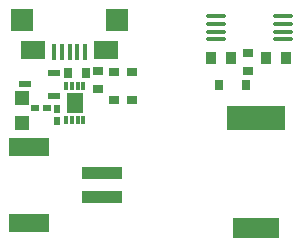
<source format=gbp>
G04 Layer_Color=128*
%FSLAX25Y25*%
%MOIN*%
G70*
G01*
G75*
G04:AMPARAMS|DCode=18|XSize=35.43mil|YSize=27.56mil|CornerRadius=0.69mil|HoleSize=0mil|Usage=FLASHONLY|Rotation=0.000|XOffset=0mil|YOffset=0mil|HoleType=Round|Shape=RoundedRectangle|*
%AMROUNDEDRECTD18*
21,1,0.03543,0.02618,0,0,0.0*
21,1,0.03406,0.02756,0,0,0.0*
1,1,0.00138,0.01703,-0.01309*
1,1,0.00138,-0.01703,-0.01309*
1,1,0.00138,-0.01703,0.01309*
1,1,0.00138,0.01703,0.01309*
%
%ADD18ROUNDEDRECTD18*%
%ADD26R,0.03543X0.03150*%
%ADD34R,0.15748X0.06693*%
%ADD35R,0.19685X0.07874*%
%ADD36R,0.03150X0.03543*%
G04:AMPARAMS|DCode=37|XSize=39.37mil|YSize=35.43mil|CornerRadius=0.89mil|HoleSize=0mil|Usage=FLASHONLY|Rotation=90.000|XOffset=0mil|YOffset=0mil|HoleType=Round|Shape=RoundedRectangle|*
%AMROUNDEDRECTD37*
21,1,0.03937,0.03366,0,0,90.0*
21,1,0.03760,0.03543,0,0,90.0*
1,1,0.00177,0.01683,0.01880*
1,1,0.00177,0.01683,-0.01880*
1,1,0.00177,-0.01683,-0.01880*
1,1,0.00177,-0.01683,0.01880*
%
%ADD37ROUNDEDRECTD37*%
%ADD38O,0.06693X0.01378*%
G04:AMPARAMS|DCode=39|XSize=35.43mil|YSize=27.56mil|CornerRadius=0.69mil|HoleSize=0mil|Usage=FLASHONLY|Rotation=90.000|XOffset=0mil|YOffset=0mil|HoleType=Round|Shape=RoundedRectangle|*
%AMROUNDEDRECTD39*
21,1,0.03543,0.02618,0,0,90.0*
21,1,0.03406,0.02756,0,0,90.0*
1,1,0.00138,0.01309,0.01703*
1,1,0.00138,0.01309,-0.01703*
1,1,0.00138,-0.01309,-0.01703*
1,1,0.00138,-0.01309,0.01703*
%
%ADD39ROUNDEDRECTD39*%
%ADD40R,0.04724X0.04724*%
%ADD41R,0.03937X0.02362*%
G04:AMPARAMS|DCode=42|XSize=62.99mil|YSize=78.74mil|CornerRadius=1.58mil|HoleSize=0mil|Usage=FLASHONLY|Rotation=270.000|XOffset=0mil|YOffset=0mil|HoleType=Round|Shape=RoundedRectangle|*
%AMROUNDEDRECTD42*
21,1,0.06299,0.07559,0,0,270.0*
21,1,0.05984,0.07874,0,0,270.0*
1,1,0.00315,-0.03780,-0.02992*
1,1,0.00315,-0.03780,0.02992*
1,1,0.00315,0.03780,0.02992*
1,1,0.00315,0.03780,-0.02992*
%
%ADD42ROUNDEDRECTD42*%
G04:AMPARAMS|DCode=43|XSize=74.8mil|YSize=70.87mil|CornerRadius=1.77mil|HoleSize=0mil|Usage=FLASHONLY|Rotation=270.000|XOffset=0mil|YOffset=0mil|HoleType=Round|Shape=RoundedRectangle|*
%AMROUNDEDRECTD43*
21,1,0.07480,0.06732,0,0,270.0*
21,1,0.07126,0.07087,0,0,270.0*
1,1,0.00354,-0.03366,-0.03563*
1,1,0.00354,-0.03366,0.03563*
1,1,0.00354,0.03366,0.03563*
1,1,0.00354,0.03366,-0.03563*
%
%ADD43ROUNDEDRECTD43*%
G04:AMPARAMS|DCode=44|XSize=53.15mil|YSize=15.75mil|CornerRadius=0.39mil|HoleSize=0mil|Usage=FLASHONLY|Rotation=270.000|XOffset=0mil|YOffset=0mil|HoleType=Round|Shape=RoundedRectangle|*
%AMROUNDEDRECTD44*
21,1,0.05315,0.01496,0,0,270.0*
21,1,0.05236,0.01575,0,0,270.0*
1,1,0.00079,-0.00748,-0.02618*
1,1,0.00079,-0.00748,0.02618*
1,1,0.00079,0.00748,0.02618*
1,1,0.00079,0.00748,-0.02618*
%
%ADD44ROUNDEDRECTD44*%
G04:AMPARAMS|DCode=45|XSize=19.69mil|YSize=23.62mil|CornerRadius=0.49mil|HoleSize=0mil|Usage=FLASHONLY|Rotation=180.000|XOffset=0mil|YOffset=0mil|HoleType=Round|Shape=RoundedRectangle|*
%AMROUNDEDRECTD45*
21,1,0.01969,0.02264,0,0,180.0*
21,1,0.01870,0.02362,0,0,180.0*
1,1,0.00098,-0.00935,0.01132*
1,1,0.00098,0.00935,0.01132*
1,1,0.00098,0.00935,-0.01132*
1,1,0.00098,-0.00935,-0.01132*
%
%ADD45ROUNDEDRECTD45*%
G04:AMPARAMS|DCode=46|XSize=19.69mil|YSize=23.62mil|CornerRadius=0.49mil|HoleSize=0mil|Usage=FLASHONLY|Rotation=90.000|XOffset=0mil|YOffset=0mil|HoleType=Round|Shape=RoundedRectangle|*
%AMROUNDEDRECTD46*
21,1,0.01969,0.02264,0,0,90.0*
21,1,0.01870,0.02362,0,0,90.0*
1,1,0.00098,0.01132,0.00935*
1,1,0.00098,0.01132,-0.00935*
1,1,0.00098,-0.01132,-0.00935*
1,1,0.00098,-0.01132,0.00935*
%
%ADD46ROUNDEDRECTD46*%
%ADD47R,0.01181X0.02953*%
%ADD48R,0.05709X0.06890*%
%ADD49R,0.13386X0.03937*%
%ADD50R,0.13386X0.05906*%
D18*
X80500Y80653D02*
D03*
Y74747D02*
D03*
X30400Y68747D02*
D03*
Y74653D02*
D03*
D26*
X41700Y65245D02*
D03*
Y74300D02*
D03*
X35700Y65245D02*
D03*
Y74300D02*
D03*
D34*
X83000Y22386D02*
D03*
D35*
Y59000D02*
D03*
D36*
X79855Y70100D02*
D03*
X70800D02*
D03*
D37*
X74847Y79000D02*
D03*
X68154D02*
D03*
X93247Y79100D02*
D03*
X86554D02*
D03*
D38*
X92120Y93039D02*
D03*
Y90479D02*
D03*
Y87920D02*
D03*
Y85361D02*
D03*
X69679Y93039D02*
D03*
Y90479D02*
D03*
Y87920D02*
D03*
Y85361D02*
D03*
D39*
X20547Y74200D02*
D03*
X26453D02*
D03*
D40*
X5000Y65634D02*
D03*
Y57366D02*
D03*
D41*
X6276Y70300D02*
D03*
X15724Y66560D02*
D03*
Y74040D02*
D03*
D42*
X33205Y81764D02*
D03*
X8795D02*
D03*
D43*
X5252Y91606D02*
D03*
X36748D02*
D03*
D44*
X26118Y80976D02*
D03*
X23559D02*
D03*
X21000D02*
D03*
X18441D02*
D03*
X15882D02*
D03*
D45*
X16700Y58232D02*
D03*
Y62169D02*
D03*
D46*
X9532Y62300D02*
D03*
X13468D02*
D03*
D47*
X19747Y69909D02*
D03*
X21716D02*
D03*
X23684D02*
D03*
X25653D02*
D03*
Y58491D02*
D03*
X23684D02*
D03*
X21716D02*
D03*
X19747D02*
D03*
D48*
X22700Y64200D02*
D03*
D49*
X31663Y32864D02*
D03*
Y40737D02*
D03*
D50*
X7451Y24005D02*
D03*
Y49596D02*
D03*
M02*

</source>
